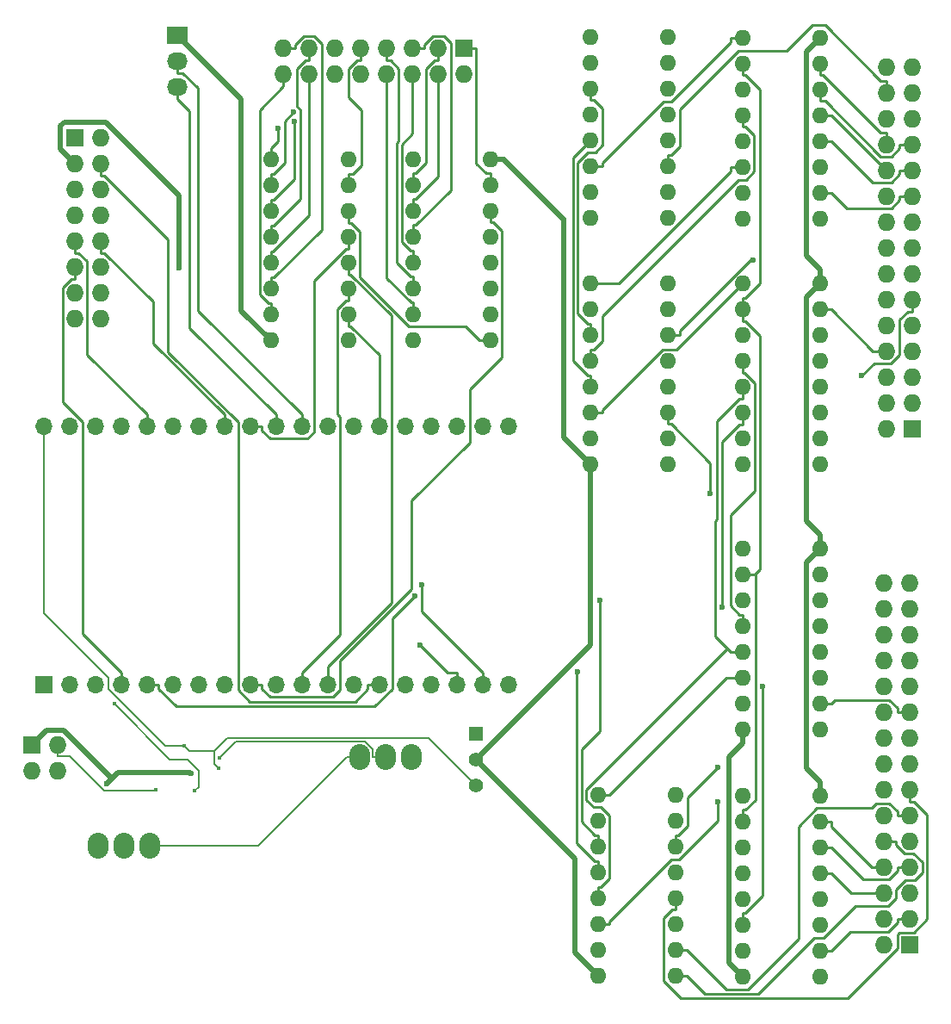
<source format=gbr>
G04 #@! TF.FileFunction,Copper,L2,Bot,Signal*
%FSLAX46Y46*%
G04 Gerber Fmt 4.6, Leading zero omitted, Abs format (unit mm)*
G04 Created by KiCad (PCBNEW 4.0.4-stable) date Mon May  7 18:27:46 2018*
%MOMM*%
%LPD*%
G01*
G04 APERTURE LIST*
%ADD10C,0.100000*%
%ADD11R,1.727200X1.727200*%
%ADD12O,1.727200X1.727200*%
%ADD13R,2.032000X1.727200*%
%ADD14O,2.032000X1.727200*%
%ADD15O,1.600000X1.600000*%
%ADD16R,1.700000X1.700000*%
%ADD17O,1.700000X1.700000*%
%ADD18O,2.032000X2.540000*%
%ADD19R,1.397000X1.397000*%
%ADD20C,1.397000*%
%ADD21C,0.600000*%
%ADD22C,0.400000*%
%ADD23C,0.250000*%
%ADD24C,0.500000*%
%ADD25C,0.200000*%
G04 APERTURE END LIST*
D10*
D11*
X182397000Y-74168000D03*
D12*
X179857000Y-74168000D03*
X182397000Y-71628000D03*
X179857000Y-71628000D03*
X182397000Y-69088000D03*
X179857000Y-69088000D03*
X182397000Y-66548000D03*
X179857000Y-66548000D03*
X182397000Y-64008000D03*
X179857000Y-64008000D03*
X182397000Y-61468000D03*
X179857000Y-61468000D03*
X182397000Y-58928000D03*
X179857000Y-58928000D03*
X182397000Y-56388000D03*
X179857000Y-56388000D03*
X182397000Y-53848000D03*
X179857000Y-53848000D03*
X182397000Y-51308000D03*
X179857000Y-51308000D03*
X182397000Y-48768000D03*
X179857000Y-48768000D03*
X182397000Y-46228000D03*
X179857000Y-46228000D03*
X182397000Y-43688000D03*
X179857000Y-43688000D03*
X182397000Y-41148000D03*
X179857000Y-41148000D03*
X182397000Y-38608000D03*
X179857000Y-38608000D03*
D11*
X182194000Y-124892000D03*
D12*
X179654000Y-124892000D03*
X182194000Y-122352000D03*
X179654000Y-122352000D03*
X182194000Y-119812000D03*
X179654000Y-119812000D03*
X182194000Y-117272000D03*
X179654000Y-117272000D03*
X182194000Y-114732000D03*
X179654000Y-114732000D03*
X182194000Y-112192000D03*
X179654000Y-112192000D03*
X182194000Y-109652000D03*
X179654000Y-109652000D03*
X182194000Y-107112000D03*
X179654000Y-107112000D03*
X182194000Y-104572000D03*
X179654000Y-104572000D03*
X182194000Y-102032000D03*
X179654000Y-102032000D03*
X182194000Y-99492000D03*
X179654000Y-99492000D03*
X182194000Y-96952000D03*
X179654000Y-96952000D03*
X182194000Y-94412000D03*
X179654000Y-94412000D03*
X182194000Y-91872000D03*
X179654000Y-91872000D03*
X182194000Y-89332000D03*
X179654000Y-89332000D03*
D11*
X100051000Y-45542200D03*
D12*
X102591000Y-45542200D03*
X100051000Y-48082200D03*
X102591000Y-48082200D03*
X100051000Y-50622200D03*
X102591000Y-50622200D03*
X100051000Y-53162200D03*
X102591000Y-53162200D03*
X100051000Y-55702200D03*
X102591000Y-55702200D03*
X100051000Y-58242200D03*
X102591000Y-58242200D03*
X100051000Y-60782200D03*
X102591000Y-60782200D03*
X100051000Y-63322200D03*
X102591000Y-63322200D03*
D11*
X138354000Y-36804600D03*
D12*
X138354000Y-39344600D03*
X135814000Y-36804600D03*
X135814000Y-39344600D03*
X133274000Y-36804600D03*
X133274000Y-39344600D03*
X130734000Y-36804600D03*
X130734000Y-39344600D03*
X128194000Y-36804600D03*
X128194000Y-39344600D03*
X125654000Y-36804600D03*
X125654000Y-39344600D03*
X123114000Y-36804600D03*
X123114000Y-39344600D03*
X120574000Y-36804600D03*
X120574000Y-39344600D03*
D13*
X110134000Y-35483800D03*
D14*
X110134000Y-38023800D03*
X110134000Y-40563800D03*
D15*
X173355000Y-77698600D03*
X173355000Y-75158600D03*
X173355000Y-72618600D03*
X173355000Y-70078600D03*
X173355000Y-67538600D03*
X173355000Y-64998600D03*
X173355000Y-62458600D03*
X173355000Y-59918600D03*
X165735000Y-59918600D03*
X165735000Y-62458600D03*
X165735000Y-64998600D03*
X165735000Y-67538600D03*
X165735000Y-70078600D03*
X165735000Y-72618600D03*
X165735000Y-75158600D03*
X165735000Y-77698600D03*
X158420000Y-53441600D03*
X158420000Y-50901600D03*
X158420000Y-48361600D03*
X158420000Y-45821600D03*
X158420000Y-43281600D03*
X158420000Y-40741600D03*
X158420000Y-38201600D03*
X158420000Y-35661600D03*
X150800000Y-35661600D03*
X150800000Y-38201600D03*
X150800000Y-40741600D03*
X150800000Y-43281600D03*
X150800000Y-45821600D03*
X150800000Y-48361600D03*
X150800000Y-50901600D03*
X150800000Y-53441600D03*
X158420000Y-77673200D03*
X158420000Y-75133200D03*
X158420000Y-72593200D03*
X158420000Y-70053200D03*
X158420000Y-67513200D03*
X158420000Y-64973200D03*
X158420000Y-62433200D03*
X158420000Y-59893200D03*
X150800000Y-59893200D03*
X150800000Y-62433200D03*
X150800000Y-64973200D03*
X150800000Y-67513200D03*
X150800000Y-70053200D03*
X150800000Y-72593200D03*
X150800000Y-75133200D03*
X150800000Y-77673200D03*
X173355000Y-53517800D03*
X173355000Y-50977800D03*
X173355000Y-48437800D03*
X173355000Y-45897800D03*
X173355000Y-43357800D03*
X173355000Y-40817800D03*
X173355000Y-38277800D03*
X173355000Y-35737800D03*
X165735000Y-35737800D03*
X165735000Y-38277800D03*
X165735000Y-40817800D03*
X165735000Y-43357800D03*
X165735000Y-45897800D03*
X165735000Y-48437800D03*
X165735000Y-50977800D03*
X165735000Y-53517800D03*
X173355000Y-128016000D03*
X173355000Y-125476000D03*
X173355000Y-122936000D03*
X173355000Y-120396000D03*
X173355000Y-117856000D03*
X173355000Y-115316000D03*
X173355000Y-112776000D03*
X173355000Y-110236000D03*
X165735000Y-110236000D03*
X165735000Y-112776000D03*
X165735000Y-115316000D03*
X165735000Y-117856000D03*
X165735000Y-120396000D03*
X165735000Y-122936000D03*
X165735000Y-125476000D03*
X165735000Y-128016000D03*
X159131000Y-127965000D03*
X159131000Y-125425000D03*
X159131000Y-122885000D03*
X159131000Y-120345000D03*
X159131000Y-117805000D03*
X159131000Y-115265000D03*
X159131000Y-112725000D03*
X159131000Y-110185000D03*
X151511000Y-110185000D03*
X151511000Y-112725000D03*
X151511000Y-115265000D03*
X151511000Y-117805000D03*
X151511000Y-120345000D03*
X151511000Y-122885000D03*
X151511000Y-125425000D03*
X151511000Y-127965000D03*
X173355000Y-103759000D03*
X173355000Y-101219000D03*
X173355000Y-98679000D03*
X173355000Y-96139000D03*
X173355000Y-93599000D03*
X173355000Y-91059000D03*
X173355000Y-88519000D03*
X173355000Y-85979000D03*
X165735000Y-85979000D03*
X165735000Y-88519000D03*
X165735000Y-91059000D03*
X165735000Y-93599000D03*
X165735000Y-96139000D03*
X165735000Y-98679000D03*
X165735000Y-101219000D03*
X165735000Y-103759000D03*
D16*
X96977200Y-99364800D03*
D17*
X96977200Y-73964800D03*
X99517200Y-99364800D03*
X99517200Y-73964800D03*
X102057200Y-99364800D03*
X102057200Y-73964800D03*
X104597200Y-99364800D03*
X104597200Y-73964800D03*
X107137200Y-99364800D03*
X107137200Y-73964800D03*
X109677200Y-99364800D03*
X109677200Y-73964800D03*
X112217200Y-99364800D03*
X112217200Y-73964800D03*
X114757200Y-99364800D03*
X114757200Y-73964800D03*
X117297200Y-99364800D03*
X117297200Y-73964800D03*
X119837200Y-99364800D03*
X119837200Y-73964800D03*
X122377200Y-99364800D03*
X122377200Y-73964800D03*
X124917200Y-99364800D03*
X124917200Y-73964800D03*
X127457200Y-99364800D03*
X127457200Y-73964800D03*
X129997200Y-99364800D03*
X129997200Y-73964800D03*
X132537200Y-99364800D03*
X132537200Y-73964800D03*
X135077200Y-99364800D03*
X135077200Y-73964800D03*
X137617200Y-99364800D03*
X137617200Y-73964800D03*
X140157200Y-99364800D03*
X140157200Y-73964800D03*
X142697200Y-99364800D03*
X142697200Y-73964800D03*
D15*
X133325000Y-47675800D03*
X133325000Y-50215800D03*
X133325000Y-52755800D03*
X133325000Y-55295800D03*
X133325000Y-57835800D03*
X133325000Y-60375800D03*
X133325000Y-62915800D03*
X133325000Y-65455800D03*
X140945000Y-65455800D03*
X140945000Y-62915800D03*
X140945000Y-60375800D03*
X140945000Y-57835800D03*
X140945000Y-55295800D03*
X140945000Y-52755800D03*
X140945000Y-50215800D03*
X140945000Y-47675800D03*
X119355000Y-47726600D03*
X119355000Y-50266600D03*
X119355000Y-52806600D03*
X119355000Y-55346600D03*
X119355000Y-57886600D03*
X119355000Y-60426600D03*
X119355000Y-62966600D03*
X119355000Y-65506600D03*
X126975000Y-65506600D03*
X126975000Y-62966600D03*
X126975000Y-60426600D03*
X126975000Y-57886600D03*
X126975000Y-55346600D03*
X126975000Y-52806600D03*
X126975000Y-50266600D03*
X126975000Y-47726600D03*
D18*
X104877000Y-115164000D03*
X107417000Y-115164000D03*
X102337000Y-115164000D03*
X130581000Y-106426000D03*
X133121000Y-106426000D03*
X128041000Y-106426000D03*
D19*
X139497000Y-104191000D03*
D20*
X139497000Y-106731000D03*
X139497000Y-109271000D03*
D11*
X95783400Y-105283000D03*
D12*
X98323400Y-105283000D03*
X95783400Y-107823000D03*
X98323400Y-107823000D03*
D21*
X111475000Y-108032000D03*
X107899000Y-108001000D03*
X103226100Y-109075400D03*
X133517500Y-90608600D03*
X149481500Y-98089400D03*
X163751200Y-91748500D03*
X177482300Y-68953300D03*
X162572900Y-80560500D03*
X166802600Y-57576900D03*
X163306400Y-110896700D03*
X151674500Y-91059000D03*
X167732400Y-99515000D03*
X163306400Y-107458800D03*
D22*
X114212800Y-107568800D03*
X110809200Y-105372000D03*
D21*
X110330900Y-58335700D03*
X133995800Y-95427300D03*
X134146300Y-89499700D03*
X120006800Y-44649800D03*
X121570600Y-43065300D03*
X121649400Y-44003000D03*
D22*
X103953700Y-101237300D03*
X111817700Y-109799200D03*
D21*
X148169000Y-53642700D03*
D22*
X114282900Y-106524100D03*
X108056700Y-109669000D03*
D23*
X178569700Y-66548000D02*
X179857000Y-66548000D01*
X174480300Y-62458600D02*
X178569700Y-66548000D01*
X173355000Y-62458600D02*
X174480300Y-62458600D01*
D24*
X116427500Y-62579100D02*
X119355000Y-65506600D01*
X116427500Y-41777300D02*
X116427500Y-62579100D01*
X110134000Y-35483800D02*
X116427500Y-41777300D01*
X173355000Y-85979000D02*
X173355000Y-84628700D01*
X172000300Y-61273300D02*
X173355000Y-59918600D01*
X172000300Y-83274000D02*
X172000300Y-61273300D01*
X173355000Y-84628700D02*
X172000300Y-83274000D01*
X171994400Y-37098400D02*
X173355000Y-35737800D01*
X171994400Y-57207700D02*
X171994400Y-37098400D01*
X173355000Y-58568300D02*
X171994400Y-57207700D01*
X173355000Y-59918600D02*
X173355000Y-58568300D01*
X171995300Y-87338700D02*
X173355000Y-85979000D01*
X171995300Y-107526000D02*
X171995300Y-87338700D01*
X173355000Y-108885700D02*
X171995300Y-107526000D01*
X173355000Y-110236000D02*
X173355000Y-108885700D01*
X111445000Y-108001000D02*
X111475000Y-108032000D01*
X107899000Y-108001000D02*
X111445000Y-108001000D01*
X97230000Y-103836400D02*
X95783400Y-105283000D01*
X98927200Y-103836400D02*
X97230000Y-103836400D01*
X103696200Y-108605300D02*
X98927200Y-103836400D01*
X104300500Y-108001000D02*
X103696200Y-108605300D01*
X107899000Y-108001000D02*
X104300500Y-108001000D01*
X103696200Y-108605300D02*
X103226100Y-109075400D01*
D23*
X159265800Y-66387800D02*
X165735000Y-59918600D01*
X157849400Y-66387800D02*
X159265800Y-66387800D01*
X151925300Y-72311900D02*
X157849400Y-66387800D01*
X151925300Y-72593200D02*
X151925300Y-72311900D01*
X150800000Y-72593200D02*
X151925300Y-72593200D01*
X126975000Y-62966600D02*
X126975000Y-64091900D01*
X129997200Y-66909600D02*
X129997200Y-73964800D01*
X127179500Y-64091900D02*
X129997200Y-66909600D01*
X126975000Y-64091900D02*
X127179500Y-64091900D01*
X165735000Y-88519000D02*
X166860300Y-88519000D01*
X165735000Y-112776000D02*
X165735000Y-111650700D01*
X166016300Y-39403100D02*
X165735000Y-39403100D01*
X167449000Y-40835800D02*
X166016300Y-39403100D01*
X167449000Y-59900600D02*
X167449000Y-40835800D01*
X166016300Y-61333300D02*
X167449000Y-59900600D01*
X165735000Y-61333300D02*
X166016300Y-61333300D01*
X165735000Y-62458600D02*
X165735000Y-61333300D01*
X165735000Y-38277800D02*
X165735000Y-39403100D01*
X166860300Y-88519000D02*
X166924000Y-88519000D01*
X166016300Y-111650700D02*
X165735000Y-111650700D01*
X166987700Y-110679300D02*
X166016300Y-111650700D01*
X166987700Y-88582700D02*
X166987700Y-110679300D01*
X166924000Y-88519000D02*
X166987700Y-88582700D01*
X166016300Y-63583900D02*
X165735000Y-63583900D01*
X167467500Y-65035100D02*
X166016300Y-63583900D01*
X167467500Y-87975500D02*
X167467500Y-65035100D01*
X166924000Y-88519000D02*
X167467500Y-87975500D01*
X165735000Y-62458600D02*
X165735000Y-63583900D01*
X150800000Y-40741600D02*
X150800000Y-41866900D01*
X150800000Y-64973200D02*
X150800000Y-63847900D01*
X150518700Y-63847900D02*
X150800000Y-63847900D01*
X149513000Y-62842200D02*
X150518700Y-63847900D01*
X149513000Y-48005800D02*
X149513000Y-62842200D01*
X150535000Y-46983800D02*
X149513000Y-48005800D01*
X151242100Y-46983800D02*
X150535000Y-46983800D01*
X151943100Y-46282800D02*
X151242100Y-46983800D01*
X151943100Y-42728700D02*
X151943100Y-46282800D01*
X151081300Y-41866900D02*
X151943100Y-42728700D01*
X150800000Y-41866900D02*
X151081300Y-41866900D01*
X107137200Y-99364800D02*
X108312500Y-99364800D01*
X131267200Y-92858900D02*
X133517500Y-90608600D01*
X131267200Y-99757200D02*
X131267200Y-92858900D01*
X129563600Y-101460800D02*
X131267200Y-99757200D01*
X110041200Y-101460800D02*
X129563600Y-101460800D01*
X108312500Y-99732100D02*
X110041200Y-101460800D01*
X108312500Y-99364800D02*
X108312500Y-99732100D01*
X166016400Y-44483100D02*
X165735000Y-44483100D01*
X166860300Y-45327000D02*
X166016400Y-44483100D01*
X166860300Y-48904600D02*
X166860300Y-45327000D01*
X166057100Y-49707800D02*
X166860300Y-48904600D01*
X165348100Y-49707800D02*
X166057100Y-49707800D01*
X151925300Y-63130600D02*
X165348100Y-49707800D01*
X151925300Y-65544000D02*
X151925300Y-63130600D01*
X151081400Y-66387900D02*
X151925300Y-65544000D01*
X150800000Y-66387900D02*
X151081400Y-66387900D01*
X150800000Y-67513200D02*
X150800000Y-66387900D01*
X165735000Y-43357800D02*
X165735000Y-44483100D01*
X151511000Y-117805000D02*
X151511000Y-116679700D01*
X151229700Y-116679700D02*
X151511000Y-116679700D01*
X149450400Y-114900400D02*
X151229700Y-116679700D01*
X149450400Y-98120500D02*
X149450400Y-114900400D01*
X149481500Y-98089400D02*
X149450400Y-98120500D01*
X165948600Y-68663900D02*
X165735000Y-68663900D01*
X166962800Y-69678100D02*
X165948600Y-68663900D01*
X166962800Y-80281900D02*
X166962800Y-69678100D01*
X164564700Y-82680000D02*
X166962800Y-80281900D01*
X164564700Y-91584700D02*
X164564700Y-82680000D01*
X165453700Y-92473700D02*
X164564700Y-91584700D01*
X165735000Y-92473700D02*
X165453700Y-92473700D01*
X165735000Y-93599000D02*
X165735000Y-92473700D01*
X165735000Y-67538600D02*
X165735000Y-68663900D01*
X165735000Y-70078600D02*
X165735000Y-71203900D01*
X151511000Y-120345000D02*
X151511000Y-119219700D01*
X165735000Y-96139000D02*
X164609700Y-96139000D01*
X164266400Y-95795700D02*
X164609700Y-96139000D01*
X151792400Y-119219700D02*
X151511000Y-119219700D01*
X152636300Y-118375800D02*
X151792400Y-119219700D01*
X152636300Y-112252600D02*
X152636300Y-118375800D01*
X151764800Y-111381100D02*
X152636300Y-112252600D01*
X151086900Y-111381100D02*
X151764800Y-111381100D01*
X150385700Y-110679900D02*
X151086900Y-111381100D01*
X150385700Y-109676400D02*
X150385700Y-110679900D01*
X164266400Y-95795700D02*
X150385700Y-109676400D01*
X163076200Y-94605500D02*
X164266400Y-95795700D01*
X163076200Y-83223000D02*
X163076200Y-94605500D01*
X163198300Y-83100900D02*
X163076200Y-83223000D01*
X163198300Y-73459300D02*
X163198300Y-83100900D01*
X165453700Y-71203900D02*
X163198300Y-73459300D01*
X165735000Y-71203900D02*
X165453700Y-71203900D01*
X126693700Y-56471900D02*
X126975000Y-56471900D01*
X123562900Y-59602700D02*
X126693700Y-56471900D01*
X123562900Y-74497500D02*
X123562900Y-59602700D01*
X122917200Y-75143200D02*
X123562900Y-74497500D01*
X119283600Y-75143200D02*
X122917200Y-75143200D01*
X118472500Y-74332100D02*
X119283600Y-75143200D01*
X118472500Y-73964800D02*
X118472500Y-74332100D01*
X117297200Y-73964800D02*
X118472500Y-73964800D01*
X126975000Y-55346600D02*
X126975000Y-56471900D01*
X150518700Y-68927900D02*
X150800000Y-68927900D01*
X149062600Y-67471800D02*
X150518700Y-68927900D01*
X149062600Y-47559000D02*
X149062600Y-67471800D01*
X150800000Y-45821600D02*
X149062600Y-47559000D01*
X150800000Y-70053200D02*
X150800000Y-68927900D01*
X165453700Y-73743900D02*
X165735000Y-73743900D01*
X163751200Y-75446400D02*
X165453700Y-73743900D01*
X163751200Y-91748500D02*
X163751200Y-75446400D01*
X165735000Y-72618600D02*
X165735000Y-73743900D01*
X179340900Y-39959100D02*
X179857000Y-39959100D01*
X173887300Y-34505500D02*
X179340900Y-39959100D01*
X172587100Y-34505500D02*
X173887300Y-34505500D01*
X170084800Y-37007800D02*
X172587100Y-34505500D01*
X165348100Y-37007800D02*
X170084800Y-37007800D01*
X159545300Y-42810600D02*
X165348100Y-37007800D01*
X159545300Y-46392400D02*
X159545300Y-42810600D01*
X158701400Y-47236300D02*
X159545300Y-46392400D01*
X158420000Y-47236300D02*
X158701400Y-47236300D01*
X158420000Y-48361600D02*
X158420000Y-47236300D01*
X179857000Y-41148000D02*
X179857000Y-39959100D01*
X151925300Y-48080300D02*
X151925300Y-48361600D01*
X157994000Y-42011600D02*
X151925300Y-48080300D01*
X158757900Y-42011600D02*
X157994000Y-42011600D01*
X164609700Y-36159800D02*
X158757900Y-42011600D01*
X164609700Y-35737800D02*
X164609700Y-36159800D01*
X165735000Y-35737800D02*
X164609700Y-35737800D01*
X150800000Y-48361600D02*
X151925300Y-48361600D01*
X178698600Y-67737000D02*
X177482300Y-68953300D01*
X180351100Y-67737000D02*
X178698600Y-67737000D01*
X181208100Y-66880000D02*
X180351100Y-67737000D01*
X181208100Y-63474200D02*
X181208100Y-66880000D01*
X182025400Y-62656900D02*
X181208100Y-63474200D01*
X182397000Y-62656900D02*
X182025400Y-62656900D01*
X182397000Y-61468000D02*
X182397000Y-62656900D01*
X158420000Y-72593200D02*
X158420000Y-73718500D01*
X162572900Y-77590100D02*
X162572900Y-80560500D01*
X158701300Y-73718500D02*
X162572900Y-77590100D01*
X158420000Y-73718500D02*
X158701300Y-73718500D01*
X158420000Y-64973200D02*
X159545300Y-64973200D01*
X166802600Y-57577000D02*
X166802600Y-57576900D01*
X166484800Y-57577000D02*
X166802600Y-57577000D01*
X159545300Y-64516500D02*
X166484800Y-57577000D01*
X159545300Y-64973200D02*
X159545300Y-64516500D01*
X153576300Y-59893200D02*
X150800000Y-59893200D01*
X164609700Y-48859800D02*
X153576300Y-59893200D01*
X164609700Y-48437800D02*
X164609700Y-48859800D01*
X165735000Y-48437800D02*
X164609700Y-48437800D01*
X181208100Y-51679600D02*
X181208100Y-51308000D01*
X180390800Y-52496900D02*
X181208100Y-51679600D01*
X175999400Y-52496900D02*
X180390800Y-52496900D01*
X174480300Y-50977800D02*
X175999400Y-52496900D01*
X173355000Y-50977800D02*
X174480300Y-50977800D01*
X182397000Y-51308000D02*
X181208100Y-51308000D01*
X181208100Y-49139600D02*
X181208100Y-48768000D01*
X180390800Y-49956900D02*
X181208100Y-49139600D01*
X178539400Y-49956900D02*
X180390800Y-49956900D01*
X174480300Y-45897800D02*
X178539400Y-49956900D01*
X173355000Y-45897800D02*
X174480300Y-45897800D01*
X182397000Y-48768000D02*
X181208100Y-48768000D01*
X174480300Y-43391300D02*
X179857000Y-48768000D01*
X174480300Y-43357800D02*
X174480300Y-43391300D01*
X173355000Y-43357800D02*
X174480300Y-43357800D01*
X181208100Y-46599600D02*
X181208100Y-46228000D01*
X180390800Y-47416900D02*
X181208100Y-46599600D01*
X179345600Y-47416900D02*
X180390800Y-47416900D01*
X173871800Y-41943100D02*
X179345600Y-47416900D01*
X173355000Y-41943100D02*
X173871800Y-41943100D01*
X173355000Y-40817800D02*
X173355000Y-41943100D01*
X182397000Y-46228000D02*
X181208100Y-46228000D01*
X179272400Y-45039100D02*
X179857000Y-45039100D01*
X173636400Y-39403100D02*
X179272400Y-45039100D01*
X173355000Y-39403100D02*
X173636400Y-39403100D01*
X173355000Y-38277800D02*
X173355000Y-39403100D01*
X179857000Y-46228000D02*
X179857000Y-45039100D01*
X181005100Y-122682500D02*
X181005100Y-122352000D01*
X180065600Y-123622000D02*
X181005100Y-122682500D01*
X176334300Y-123622000D02*
X180065600Y-123622000D01*
X174480300Y-125476000D02*
X176334300Y-123622000D01*
X173355000Y-125476000D02*
X174480300Y-125476000D01*
X182194000Y-122352000D02*
X181005100Y-122352000D01*
X176436300Y-119812000D02*
X179654000Y-119812000D01*
X174480300Y-117856000D02*
X176436300Y-119812000D01*
X173355000Y-117856000D02*
X174480300Y-117856000D01*
X181005100Y-117643600D02*
X181005100Y-117272000D01*
X180187800Y-118460900D02*
X181005100Y-117643600D01*
X177625200Y-118460900D02*
X180187800Y-118460900D01*
X174480300Y-115316000D02*
X177625200Y-118460900D01*
X173355000Y-115316000D02*
X174480300Y-115316000D01*
X182194000Y-117272000D02*
X181005100Y-117272000D01*
X174480300Y-113287200D02*
X178465100Y-117272000D01*
X174480300Y-112776000D02*
X174480300Y-113287200D01*
X179654000Y-117272000D02*
X178465100Y-117272000D01*
X173355000Y-112776000D02*
X174480300Y-112776000D01*
X163306400Y-112729000D02*
X163306400Y-110896700D01*
X159500400Y-116535000D02*
X163306400Y-112729000D01*
X158705000Y-116535000D02*
X159500400Y-116535000D01*
X152636300Y-122603700D02*
X158705000Y-116535000D01*
X152636300Y-122885000D02*
X152636300Y-122603700D01*
X151511000Y-122885000D02*
X152636300Y-122885000D01*
X151674500Y-103956500D02*
X151674500Y-91059000D01*
X149929800Y-105701200D02*
X151674500Y-103956500D01*
X149929800Y-112839800D02*
X149929800Y-105701200D01*
X151229700Y-114139700D02*
X149929800Y-112839800D01*
X151511000Y-114139700D02*
X151229700Y-114139700D01*
X151511000Y-115265000D02*
X151511000Y-114139700D01*
X166016300Y-121810700D02*
X165735000Y-121810700D01*
X167732400Y-120094600D02*
X166016300Y-121810700D01*
X167732400Y-99515000D02*
X167732400Y-120094600D01*
X165735000Y-122936000D02*
X165735000Y-121810700D01*
X180842900Y-115103600D02*
X180842900Y-114732000D01*
X181660200Y-115920900D02*
X180842900Y-115103600D01*
X182535200Y-115920900D02*
X181660200Y-115920900D01*
X183442300Y-116828000D02*
X182535200Y-115920900D01*
X183442300Y-117790500D02*
X183442300Y-116828000D01*
X182690800Y-118542000D02*
X183442300Y-117790500D01*
X181781600Y-118542000D02*
X182690800Y-118542000D01*
X180843000Y-119480600D02*
X181781600Y-118542000D01*
X180843000Y-120317400D02*
X180843000Y-119480600D01*
X180078400Y-121082000D02*
X180843000Y-120317400D01*
X176833000Y-121082000D02*
X180078400Y-121082000D01*
X173709000Y-124206000D02*
X176833000Y-121082000D01*
X172824800Y-124206000D02*
X173709000Y-124206000D01*
X167301600Y-129729200D02*
X172824800Y-124206000D01*
X162020500Y-129729200D02*
X167301600Y-129729200D01*
X160256300Y-127965000D02*
X162020500Y-129729200D01*
X159131000Y-127965000D02*
X160256300Y-127965000D01*
X179654000Y-114732000D02*
X180842900Y-114732000D01*
X181005100Y-111820400D02*
X181005100Y-112192000D01*
X180187800Y-111003100D02*
X181005100Y-111820400D01*
X178915500Y-111003100D02*
X180187800Y-111003100D01*
X178457200Y-111461400D02*
X178915500Y-111003100D01*
X173065400Y-111461400D02*
X178457200Y-111461400D01*
X171232100Y-113294700D02*
X173065400Y-111461400D01*
X171232100Y-124332700D02*
X171232100Y-113294700D01*
X166286000Y-129278800D02*
X171232100Y-124332700D01*
X164110100Y-129278800D02*
X166286000Y-129278800D01*
X160256300Y-125425000D02*
X164110100Y-129278800D01*
X159131000Y-125425000D02*
X160256300Y-125425000D01*
X182194000Y-112192000D02*
X181005100Y-112192000D01*
X182565500Y-110840900D02*
X182194000Y-110840900D01*
X183892700Y-112168100D02*
X182565500Y-110840900D01*
X183892700Y-122386800D02*
X183892700Y-112168100D01*
X182576500Y-123703000D02*
X183892700Y-122386800D01*
X181195700Y-123703000D02*
X182576500Y-123703000D01*
X181005100Y-123893600D02*
X181195700Y-123703000D01*
X181005100Y-125274000D02*
X181005100Y-123893600D01*
X176097400Y-130181700D02*
X181005100Y-125274000D01*
X159689100Y-130181700D02*
X176097400Y-130181700D01*
X157990600Y-128483200D02*
X159689100Y-130181700D01*
X157990600Y-122329400D02*
X157990600Y-128483200D01*
X158849700Y-121470300D02*
X157990600Y-122329400D01*
X159131000Y-121470300D02*
X158849700Y-121470300D01*
X159131000Y-120345000D02*
X159131000Y-121470300D01*
X182194000Y-109652000D02*
X182194000Y-110840900D01*
X160356400Y-110408800D02*
X163306400Y-107458800D01*
X160356400Y-113195600D02*
X160356400Y-110408800D01*
X159412300Y-114139700D02*
X160356400Y-113195600D01*
X159131000Y-114139700D02*
X159412300Y-114139700D01*
X159131000Y-115265000D02*
X159131000Y-114139700D01*
X164142300Y-98679000D02*
X152636300Y-110185000D01*
X165735000Y-98679000D02*
X164142300Y-98679000D01*
X151511000Y-110185000D02*
X152636300Y-110185000D01*
X181005100Y-101660400D02*
X181005100Y-102032000D01*
X180187800Y-100843100D02*
X181005100Y-101660400D01*
X174856200Y-100843100D02*
X180187800Y-100843100D01*
X174480300Y-101219000D02*
X174856200Y-100843100D01*
X173355000Y-101219000D02*
X174480300Y-101219000D01*
X182194000Y-102032000D02*
X181005100Y-102032000D01*
D25*
X115030100Y-104628500D02*
X113753300Y-105905300D01*
X134854500Y-104628500D02*
X115030100Y-104628500D01*
X139497000Y-109271000D02*
X134854500Y-104628500D01*
X113753300Y-107109300D02*
X114212800Y-107568800D01*
X113753300Y-105905300D02*
X113753300Y-107109300D01*
X111342500Y-105905300D02*
X110809200Y-105372000D01*
X113753300Y-105905300D02*
X111342500Y-105905300D01*
X96977200Y-92284600D02*
X96977200Y-73964800D01*
X103327200Y-98634600D02*
X96977200Y-92284600D01*
X103327200Y-99790800D02*
X103327200Y-98634600D01*
X108908400Y-105372000D02*
X103327200Y-99790800D01*
X110809200Y-105372000D02*
X108908400Y-105372000D01*
D23*
X100422600Y-56891100D02*
X100051000Y-56891100D01*
X101239900Y-57708400D02*
X100422600Y-56891100D01*
X101239900Y-66892200D02*
X101239900Y-57708400D01*
X107137200Y-72789500D02*
X101239900Y-66892200D01*
X107137200Y-73964800D02*
X107137200Y-72789500D01*
X100051000Y-55702200D02*
X100051000Y-56891100D01*
X114757200Y-73964800D02*
X114757200Y-72789500D01*
X102591000Y-55702200D02*
X102591000Y-56891100D01*
X107769700Y-65802000D02*
X114757200Y-72789500D01*
X107769700Y-61698200D02*
X107769700Y-65802000D01*
X102962600Y-56891100D02*
X107769700Y-61698200D01*
X102591000Y-56891100D02*
X102962600Y-56891100D01*
X111322900Y-42941600D02*
X110134000Y-41752700D01*
X111322900Y-64275200D02*
X111322900Y-42941600D01*
X119837200Y-72789500D02*
X111322900Y-64275200D01*
X119837200Y-73964800D02*
X119837200Y-72789500D01*
X110134000Y-40563800D02*
X110134000Y-41752700D01*
X122377200Y-73964800D02*
X122377200Y-72789500D01*
X110134000Y-38023800D02*
X110134000Y-39212700D01*
X110654100Y-39212700D02*
X110134000Y-39212700D01*
X112149700Y-40708300D02*
X110654100Y-39212700D01*
X112149700Y-62562000D02*
X112149700Y-40708300D01*
X122377200Y-72789500D02*
X112149700Y-62562000D01*
D24*
X98637000Y-46668200D02*
X100051000Y-48082200D01*
X98637000Y-44432600D02*
X98637000Y-46668200D01*
X99002300Y-44067300D02*
X98637000Y-44432600D01*
X103146400Y-44067300D02*
X99002300Y-44067300D01*
X110330900Y-51251800D02*
X103146400Y-44067300D01*
X110330900Y-58335700D02*
X110330900Y-51251800D01*
D23*
X99681500Y-59431100D02*
X100051000Y-59431100D01*
X98837600Y-60275000D02*
X99681500Y-59431100D01*
X98837600Y-71590800D02*
X98837600Y-60275000D01*
X100789400Y-73542600D02*
X98837600Y-71590800D01*
X100789400Y-94381700D02*
X100789400Y-73542600D01*
X104597200Y-98189500D02*
X100789400Y-94381700D01*
X104597200Y-99364800D02*
X104597200Y-98189500D01*
X100051000Y-58242200D02*
X100051000Y-59431100D01*
X141226400Y-53881100D02*
X140945000Y-53881100D01*
X142070300Y-54725000D02*
X141226400Y-53881100D01*
X142070300Y-67147600D02*
X142070300Y-54725000D01*
X138887200Y-70330700D02*
X142070300Y-67147600D01*
X138887200Y-75529600D02*
X138887200Y-70330700D01*
X133149900Y-81266900D02*
X138887200Y-75529600D01*
X133149900Y-89956800D02*
X133149900Y-81266900D01*
X126116500Y-96990200D02*
X133149900Y-89956800D01*
X126116500Y-99893600D02*
X126116500Y-96990200D01*
X125468100Y-100542000D02*
X126116500Y-99893600D01*
X119282400Y-100542000D02*
X125468100Y-100542000D01*
X118472500Y-99732100D02*
X119282400Y-100542000D01*
X118472500Y-99364800D02*
X118472500Y-99732100D01*
X117297200Y-99364800D02*
X118472500Y-99364800D01*
X140945000Y-52755800D02*
X140945000Y-53881100D01*
X126693600Y-61551900D02*
X126975000Y-61551900D01*
X125849700Y-62395800D02*
X126693600Y-61551900D01*
X125849700Y-72789500D02*
X125849700Y-62395800D01*
X126102800Y-73042600D02*
X125849700Y-72789500D01*
X126102800Y-94463900D02*
X126102800Y-73042600D01*
X122377200Y-98189500D02*
X126102800Y-94463900D01*
X122377200Y-99364800D02*
X122377200Y-98189500D01*
X126975000Y-60426600D02*
X126975000Y-61551900D01*
X124917200Y-99364800D02*
X124917200Y-98189500D01*
X126975000Y-57886600D02*
X126975000Y-59011900D01*
X124917200Y-97552600D02*
X124917200Y-98189500D01*
X131201900Y-91267900D02*
X124917200Y-97552600D01*
X131201900Y-63044400D02*
X131201900Y-91267900D01*
X127169400Y-59011900D02*
X131201900Y-63044400D01*
X126975000Y-59011900D02*
X127169400Y-59011900D01*
X102962500Y-49271100D02*
X102591000Y-49271100D01*
X109237100Y-55545700D02*
X102962500Y-49271100D01*
X109237100Y-66632500D02*
X109237100Y-55545700D01*
X116121800Y-73517200D02*
X109237100Y-66632500D01*
X116121800Y-99851700D02*
X116121800Y-73517200D01*
X117279300Y-101009200D02*
X116121800Y-99851700D01*
X127618200Y-101009200D02*
X117279300Y-101009200D01*
X128821900Y-99805500D02*
X127618200Y-101009200D01*
X128821900Y-99364800D02*
X128821900Y-99805500D01*
X129997200Y-99364800D02*
X128821900Y-99364800D01*
X102591000Y-48082200D02*
X102591000Y-49271100D01*
X136758000Y-98189500D02*
X133995800Y-95427300D01*
X137617200Y-98189500D02*
X136758000Y-98189500D01*
X137617200Y-99364800D02*
X137617200Y-98189500D01*
X134146300Y-92178600D02*
X134146300Y-89499700D01*
X140157200Y-98189500D02*
X134146300Y-92178600D01*
X140157200Y-99364800D02*
X140157200Y-98189500D01*
X135442400Y-37993500D02*
X135814000Y-37993500D01*
X134625100Y-38810800D02*
X135442400Y-37993500D01*
X134625100Y-48071700D02*
X134625100Y-38810800D01*
X133606300Y-49090500D02*
X134625100Y-48071700D01*
X133325000Y-49090500D02*
X133606300Y-49090500D01*
X133325000Y-50215800D02*
X133325000Y-49090500D01*
X135814000Y-36804600D02*
X135814000Y-37993500D01*
X133325000Y-52755800D02*
X133325000Y-51630500D01*
X135814000Y-49371000D02*
X135814000Y-39344600D01*
X133554500Y-51630500D02*
X135814000Y-49371000D01*
X133325000Y-51630500D02*
X133554500Y-51630500D01*
X134462900Y-36433000D02*
X134462900Y-36804600D01*
X135280200Y-35615700D02*
X134462900Y-36433000D01*
X136381600Y-35615700D02*
X135280200Y-35615700D01*
X137018000Y-36252100D02*
X136381600Y-35615700D01*
X137018000Y-50758800D02*
X137018000Y-36252100D01*
X133606300Y-54170500D02*
X137018000Y-50758800D01*
X133325000Y-54170500D02*
X133606300Y-54170500D01*
X133325000Y-55295800D02*
X133325000Y-54170500D01*
X133274000Y-36804600D02*
X134462900Y-36804600D01*
X133325000Y-57835800D02*
X133325000Y-56710500D01*
X133274000Y-39344600D02*
X133274000Y-40533500D01*
X133043700Y-56710500D02*
X133325000Y-56710500D01*
X132194200Y-55861000D02*
X133043700Y-56710500D01*
X132194200Y-46250000D02*
X132194200Y-55861000D01*
X133274000Y-45170200D02*
X132194200Y-46250000D01*
X133274000Y-40533500D02*
X133274000Y-45170200D01*
X133325000Y-60375800D02*
X133325000Y-59250500D01*
X130734000Y-36804600D02*
X130734000Y-37993500D01*
X133100100Y-59250500D02*
X133325000Y-59250500D01*
X131740800Y-57891200D02*
X133100100Y-59250500D01*
X131740800Y-46066500D02*
X131740800Y-57891200D01*
X131922900Y-45884400D02*
X131740800Y-46066500D01*
X131922900Y-38810800D02*
X131922900Y-45884400D01*
X131105600Y-37993500D02*
X131922900Y-38810800D01*
X130734000Y-37993500D02*
X131105600Y-37993500D01*
X133325000Y-62915800D02*
X133325000Y-61790500D01*
X130734000Y-59404000D02*
X130734000Y-39344600D01*
X133120500Y-61790500D02*
X130734000Y-59404000D01*
X133325000Y-61790500D02*
X133120500Y-61790500D01*
X139542900Y-48110400D02*
X139542900Y-36804600D01*
X140523000Y-49090500D02*
X139542900Y-48110400D01*
X140945000Y-49090500D02*
X140523000Y-49090500D01*
X140945000Y-50215800D02*
X140945000Y-49090500D01*
X138354000Y-36804600D02*
X139542900Y-36804600D01*
X119355000Y-47726600D02*
X119355000Y-46601300D01*
X120006800Y-45949500D02*
X120006800Y-44649800D01*
X119355000Y-46601300D02*
X120006800Y-45949500D01*
X120701900Y-43934000D02*
X121570600Y-43065300D01*
X120701900Y-48075700D02*
X120701900Y-43934000D01*
X119636300Y-49141300D02*
X120701900Y-48075700D01*
X119355000Y-49141300D02*
X119636300Y-49141300D01*
X119355000Y-50266600D02*
X119355000Y-49141300D01*
X121649400Y-49668200D02*
X121649400Y-44003000D01*
X119636300Y-51681300D02*
X121649400Y-49668200D01*
X119355000Y-51681300D02*
X119636300Y-51681300D01*
X119355000Y-52806600D02*
X119355000Y-51681300D01*
X119355000Y-55346600D02*
X119355000Y-54221300D01*
X123114000Y-36804600D02*
X123114000Y-37993500D01*
X122742400Y-37993500D02*
X123114000Y-37993500D01*
X121925100Y-38810800D02*
X122742400Y-37993500D01*
X121925100Y-42484800D02*
X121925100Y-38810800D01*
X122274700Y-42834400D02*
X121925100Y-42484800D01*
X122274700Y-51582900D02*
X122274700Y-42834400D01*
X119636300Y-54221300D02*
X122274700Y-51582900D01*
X119355000Y-54221300D02*
X119636300Y-54221300D01*
X119355000Y-57886600D02*
X119355000Y-56761300D01*
X119559300Y-56761300D02*
X119355000Y-56761300D01*
X123114000Y-53206600D02*
X119559300Y-56761300D01*
X123114000Y-39344600D02*
X123114000Y-53206600D01*
X119355000Y-60426600D02*
X119355000Y-59301300D01*
X120574000Y-36804600D02*
X121762900Y-36804600D01*
X119636300Y-59301300D02*
X119355000Y-59301300D01*
X124328900Y-54608700D02*
X119636300Y-59301300D01*
X124328900Y-36321200D02*
X124328900Y-54608700D01*
X123623400Y-35615700D02*
X124328900Y-36321200D01*
X122580200Y-35615700D02*
X123623400Y-35615700D01*
X121762900Y-36433000D02*
X122580200Y-35615700D01*
X121762900Y-36804600D02*
X121762900Y-36433000D01*
X119073600Y-61841300D02*
X119355000Y-61841300D01*
X118229700Y-60997400D02*
X119073600Y-61841300D01*
X118229700Y-42877800D02*
X118229700Y-60997400D01*
X120574000Y-40533500D02*
X118229700Y-42877800D01*
X120574000Y-39344600D02*
X120574000Y-40533500D01*
X119355000Y-62966600D02*
X119355000Y-61841300D01*
X138479000Y-64115100D02*
X139819700Y-65455800D01*
X132932700Y-64115100D02*
X138479000Y-64115100D01*
X128100300Y-59282700D02*
X132932700Y-64115100D01*
X128100300Y-54775800D02*
X128100300Y-59282700D01*
X127256400Y-53931900D02*
X128100300Y-54775800D01*
X126975000Y-53931900D02*
X127256400Y-53931900D01*
X126975000Y-52806600D02*
X126975000Y-53931900D01*
X140945000Y-65455800D02*
X139819700Y-65455800D01*
X127822400Y-37993500D02*
X128194000Y-37993500D01*
X127005100Y-38810800D02*
X127822400Y-37993500D01*
X127005100Y-41602200D02*
X127005100Y-38810800D01*
X128250800Y-42847900D02*
X127005100Y-41602200D01*
X128250800Y-48287500D02*
X128250800Y-42847900D01*
X127397000Y-49141300D02*
X128250800Y-48287500D01*
X126975000Y-49141300D02*
X127397000Y-49141300D01*
X126975000Y-50266600D02*
X126975000Y-49141300D01*
X128194000Y-36804600D02*
X128194000Y-37993500D01*
D25*
X118062000Y-115164000D02*
X107417000Y-115164000D01*
X126800000Y-106426000D02*
X118062000Y-115164000D01*
X128041000Y-106426000D02*
X126800000Y-106426000D01*
X112224600Y-109392300D02*
X111817700Y-109799200D01*
X112224600Y-107784800D02*
X112224600Y-109392300D01*
X111135700Y-106695900D02*
X112224600Y-107784800D01*
X109412300Y-106695900D02*
X111135700Y-106695900D01*
X103953700Y-101237300D02*
X109412300Y-106695900D01*
D24*
X164384600Y-126665600D02*
X165735000Y-128016000D01*
X164384600Y-106459700D02*
X164384600Y-126665600D01*
X165735000Y-105109300D02*
X164384600Y-106459700D01*
X165735000Y-103759000D02*
X165735000Y-105109300D01*
X149237000Y-125691000D02*
X151511000Y-127965000D01*
X149237000Y-116471000D02*
X149237000Y-125691000D01*
X139497000Y-106731000D02*
X149237000Y-116471000D01*
X150800000Y-95428000D02*
X139497000Y-106731000D01*
X150800000Y-79023500D02*
X150800000Y-95428000D01*
X150800000Y-78348300D02*
X150800000Y-79023500D01*
X150800000Y-77673200D02*
X150800000Y-78348300D01*
X142295300Y-47769000D02*
X142295300Y-47675800D01*
X148169000Y-53642700D02*
X142295300Y-47769000D01*
X148169000Y-75042200D02*
X148169000Y-53642700D01*
X150800000Y-77673200D02*
X148169000Y-75042200D01*
X140945000Y-47675800D02*
X142295300Y-47675800D01*
D25*
X130581000Y-106426000D02*
X129340000Y-106426000D01*
X115852900Y-104954100D02*
X114282900Y-106524100D01*
X128566100Y-104954100D02*
X115852900Y-104954100D01*
X129340000Y-105728000D02*
X128566100Y-104954100D01*
X129340000Y-106426000D02*
X129340000Y-105728000D01*
X98323400Y-105283000D02*
X98323400Y-106371600D01*
X107950000Y-109775700D02*
X108056700Y-109669000D01*
X102936100Y-109775700D02*
X107950000Y-109775700D01*
X99532000Y-106371600D02*
X102936100Y-109775700D01*
X98323400Y-106371600D02*
X99532000Y-106371600D01*
M02*

</source>
